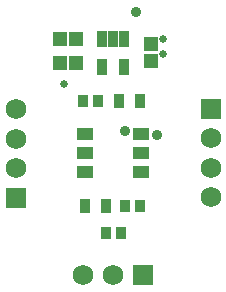
<source format=gts>
G04*
G04 #@! TF.GenerationSoftware,Altium Limited,Altium Designer,22.7.1 (60)*
G04*
G04 Layer_Color=8388736*
%FSLAX24Y24*%
%MOIN*%
G70*
G04*
G04 #@! TF.SameCoordinates,277468EA-A594-40E7-B2BE-35E06897B6AD*
G04*
G04*
G04 #@! TF.FilePolarity,Negative*
G04*
G01*
G75*
%ADD18R,0.0360X0.0490*%
%ADD22R,0.0530X0.0410*%
%ADD23R,0.0374X0.0433*%
%ADD24R,0.0472X0.0492*%
%ADD25R,0.0335X0.0571*%
%ADD26R,0.0492X0.0472*%
%ADD27C,0.0685*%
%ADD28R,0.0685X0.0685*%
%ADD29R,0.0685X0.0685*%
%ADD30C,0.0259*%
%ADD31C,0.0359*%
D18*
X10905Y11750D02*
D03*
X10195D02*
D03*
X9045Y8250D02*
D03*
X9755D02*
D03*
D22*
X9060Y10630D02*
D03*
Y10000D02*
D03*
Y9370D02*
D03*
X10940D02*
D03*
Y10000D02*
D03*
Y10630D02*
D03*
D23*
X9496Y11750D02*
D03*
X9004D02*
D03*
X10404Y8250D02*
D03*
X10896D02*
D03*
X9754Y7350D02*
D03*
X10246D02*
D03*
D24*
X8224Y13000D02*
D03*
X8776D02*
D03*
X8224Y13800D02*
D03*
X8776D02*
D03*
D25*
X10374Y13822D02*
D03*
X10000D02*
D03*
X9626D02*
D03*
Y12878D02*
D03*
X10374D02*
D03*
D26*
X11250Y13626D02*
D03*
Y13074D02*
D03*
D27*
X6750Y11468D02*
D03*
Y10484D02*
D03*
Y9500D02*
D03*
X9000Y5950D02*
D03*
X10000D02*
D03*
X13250Y8532D02*
D03*
Y9516D02*
D03*
Y10500D02*
D03*
D28*
X6750Y8516D02*
D03*
X13250Y11484D02*
D03*
D29*
X11000Y5950D02*
D03*
D30*
X8350Y12300D02*
D03*
X11650Y13800D02*
D03*
Y13300D02*
D03*
D31*
X11450Y10600D02*
D03*
X10400Y10750D02*
D03*
X10750Y14700D02*
D03*
M02*

</source>
